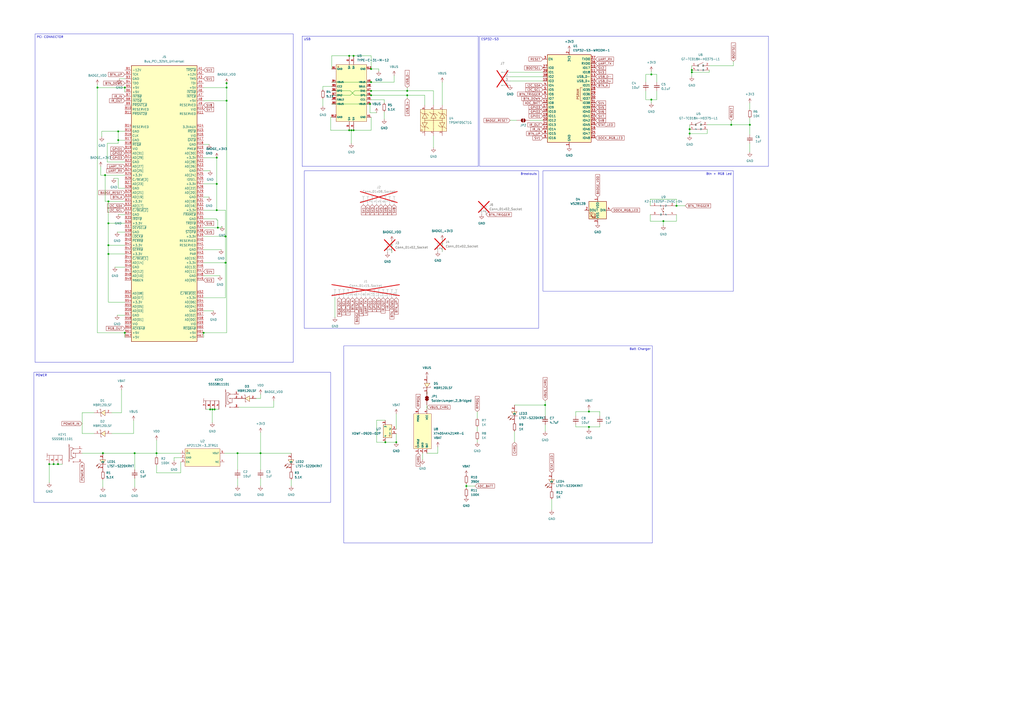
<source format=kicad_sch>
(kicad_sch (version 20231120) (generator "eeschema") (generator_version "8.0")
  (paper "A2")
  (title_block (title "NSEC BADGE 2025"))
  (junction (at 123.19 237.49))
  (junction (at 377.825 57.785))
  (junction (at 68.58 81.28))
  (junction (at 202.565 75.565))
  (junction (at 118.11 193.04))
  (junction (at 341.63 238.76))
  (junction (at 124.46 237.49))
  (junction (at 377.825 43.18))
  (junction (at 424.18 72.39))
  (junction (at 62.865 147.32))
  (junction (at 229.87 256.54))
  (junction (at 215.265 40.005))
  (junction (at 401.32 41.91))
  (junction (at 214.63 60.325))
  (junction (at 316.23 234.95))
  (junction (at 78.105 262.89))
  (junction (at 205.105 32.385))
  (junction (at 60.96 101.6))
  (junction (at 59.69 262.89))
  (junction (at 137.795 262.89))
  (junction (at 223.52 256.54))
  (junction (at 400.05 77.47))
  (junction (at 215.265 47.625))
  (junction (at 62.865 129.54))
  (junction (at 90.805 262.89))
  (junction (at 392.43 119.38))
  (junction (at 203.835 75.565))
  (junction (at 215.265 55.245))
  (junction (at 434.975 72.39))
  (junction (at 236.22 55.245))
  (junction (at 236.22 52.705))
  (junction (at 125.73 106.68))
  (junction (at 72.39 50.8))
  (junction (at 72.39 193.04))
  (junction (at 126.365 132.08))
  (junction (at 28.575 269.24))
  (junction (at 131.445 58.42))
  (junction (at 401.32 40.64))
  (junction (at 33.655 269.24))
  (junction (at 130.81 152.4))
  (junction (at 202.565 32.385))
  (junction (at 384.81 128.27))
  (junction (at 215.265 52.705))
  (junction (at 125.73 121.92))
  (junction (at 130.81 137.16))
  (junction (at 205.105 75.565))
  (junction (at 151.13 262.89))
  (junction (at 341.63 247.65))
  (junction (at 131.445 50.8))
  (junction (at 121.92 237.49))
  (junction (at 400.05 74.93))
  (junction (at 131.445 48.26))
  (junction (at 125.73 91.44))
  (junction (at 270.51 281.94))
  (junction (at 62.865 142.24))
  (junction (at 31.115 269.24))
  (junction (at 62.865 116.84))
  (junction (at 68.58 76.2))
  (junction (at 56.515 50.8))
  (bus_entry (at -969.645 -440.055) (size 2.54 2.54))
  (wire (pts (xy 56.515 50.8) (xy 72.39 50.8)))
  (wire (pts (xy 118.11 160.02) (xy 127.635 160.02)))
  (wire (pts (xy 247.65 227.33) (xy 247.65 228.6)))
  (wire (pts (xy 118.11 193.04) (xy 131.445 193.04)))
  (wire (pts (xy 214.63 60.325) (xy 215.265 60.325)))
  (wire (pts (xy 276.86 256.54) (xy 276.86 255.27)))
  (wire (pts (xy 320.04 295.91) (xy 320.04 289.56)))
  (wire (pts (xy 214.63 65.405) (xy 218.44 65.405)))
  (wire (pts (xy 401.32 41.91) (xy 411.48 41.91)))
  (wire (pts (xy 151.13 231.14) (xy 151.13 228.6)))
  (wire (pts (xy 341.63 247.65) (xy 341.63 248.92)))
  (wire (pts (xy 68.58 76.2) (xy 72.39 76.2)))
  (wire (pts (xy 69.215 45.72) (xy 72.39 45.72)))
  (wire (pts (xy 72.39 50.8) (xy 72.39 53.34)))
  (wire (pts (xy 299.72 69.85) (xy 295.91 69.85)))
  (wire (pts (xy 215.265 40.005) (xy 219.71 40.005)))
  (wire (pts (xy 62.23 93.98) (xy 72.39 93.98)))
  (wire (pts (xy 62.865 142.24) (xy 62.865 147.32)))
  (wire (pts (xy 251.46 52.705) (xy 251.46 60.96)))
  (wire (pts (xy 90.805 274.32) (xy 90.805 269.875)))
  (wire (pts (xy 334.01 247.65) (xy 334.01 246.38)))
  (wire (pts (xy 148.59 231.14) (xy 151.13 231.14)))
  (wire (pts (xy 347.98 247.65) (xy 347.98 246.38)))
  (wire (pts (xy 374.65 52.705) (xy 374.65 57.785)))
  (wire (pts (xy 151.13 262.89) (xy 168.91 262.89)))
  (wire (pts (xy 138.43 236.22) (xy 158.75 236.22)))
  (wire (pts (xy 67.945 182.88) (xy 72.39 182.88)))
  (wire (pts (xy 62.865 129.54) (xy 62.865 142.24)))
  (wire (pts (xy 60.96 101.6) (xy 72.39 101.6)))
  (wire (pts (xy 68.58 124.46) (xy 72.39 124.46)))
  (wire (pts (xy 384.81 128.27) (xy 392.43 128.27)))
  (wire (pts (xy 187.325 50.165) (xy 187.325 52.07)))
  (wire (pts (xy 59.69 262.89) (xy 78.105 262.89)))
  (wire (pts (xy 68.58 109.22) (xy 72.39 109.22)))
  (wire (pts (xy 424.18 72.39) (xy 434.975 72.39)))
  (wire (pts (xy 222.885 59.69) (xy 222.885 57.785)))
  (wire (pts (xy 316.23 250.19) (xy 316.23 246.38)))
  (wire (pts (xy 347.98 241.3) (xy 347.98 238.76)))
  (wire (pts (xy 130.81 137.16) (xy 130.81 152.4)))
  (wire (pts (xy 411.48 41.91) (xy 411.48 40.64)))
  (wire (pts (xy 130.81 121.92) (xy 130.81 137.16)))
  (wire (pts (xy 28.575 269.24) (xy 31.115 269.24)))
  (wire (pts (xy 56.515 48.895) (xy 56.515 50.8)))
  (wire (pts (xy 125.73 121.92) (xy 130.81 121.92)))
  (wire (pts (xy 125.73 127.635) (xy 125.73 127)))
  (wire (pts (xy 434.975 83.185) (xy 434.975 88.265)))
  (wire (pts (xy 68.58 76.2) (xy 68.58 81.28)))
  (wire (pts (xy 223.52 255.27) (xy 223.52 256.54)))
  (wire (pts (xy 78.105 277.495) (xy 78.105 282.575)))
  (wire (pts (xy 381 43.18) (xy 381 47.625)))
  (wire (pts (xy 275.59 281.94) (xy 270.51 281.94)))
  (wire (pts (xy 66.675 154.94) (xy 72.39 154.94)))
  (wire (pts (xy 125.73 127) (xy 118.11 127)))
  (wire (pts (xy 131.445 48.26) (xy 131.445 50.8)))
  (wire (pts (xy 131.445 50.8) (xy 131.445 58.42)))
  (wire (pts (xy 205.105 32.385) (xy 215.265 32.385)))
  (wire (pts (xy 270.51 281.94) (xy 270.51 283.21)))
  (wire (pts (xy 205.74 52.705) (xy 215.265 52.705)))
  (wire (pts (xy 410.21 72.39) (xy 424.18 72.39)))
  (wire (pts (xy 215.265 55.245) (xy 236.22 55.245)))
  (wire (pts (xy 124.46 237.49) (xy 127 237.49)))
  (wire (pts (xy 400.05 77.47) (xy 400.05 78.74)))
  (wire (pts (xy 316.23 234.95) (xy 298.45 234.95)))
  (wire (pts (xy 401.32 38.1) (xy 401.32 40.64)))
  (wire (pts (xy 374.65 57.785) (xy 377.825 57.785)))
  (wire (pts (xy 104.775 265.43) (xy 100.965 265.43)))
  (wire (pts (xy 70.485 226.06) (xy 70.485 239.395)))
  (wire (pts (xy 47.625 239.395) (xy 47.625 251.46)))
  (wire (pts (xy 227.33 139.7) (xy 227.33 146.685)))
  (wire (pts (xy 59.69 282.575) (xy 59.69 278.13)))
  (wire (pts (xy 347.98 238.76) (xy 341.63 238.76)))
  (wire (pts (xy 118.11 50.8) (xy 131.445 50.8)))
  (wire (pts (xy 128.27 144.78) (xy 118.11 144.78)))
  (wire (pts (xy 119.38 237.49) (xy 121.92 237.49)))
  (wire (pts (xy 62.865 142.24) (xy 72.39 142.24)))
  (wire (pts (xy 131.445 58.42) (xy 118.11 58.42)))
  (wire (pts (xy 236.22 55.245) (xy 246.38 55.245)))
  (wire (pts (xy 203.2 52.705) (xy 205.74 55.245)))
  (wire (pts (xy 377.19 124.46) (xy 377.19 128.27)))
  (wire (pts (xy 228.6 47.625) (xy 228.6 43.815)))
  (wire (pts (xy 256.54 139.065) (xy 256.54 146.05)))
  (wire (pts (xy 400.05 72.39) (xy 400.05 74.93)))
  (wire (pts (xy 222.885 57.785) (xy 215.265 57.785)))
  (wire (pts (xy 334.01 247.65) (xy 341.63 247.65)))
  (wire (pts (xy 295.91 46.99) (xy 314.96 46.99)))
  (wire (pts (xy 245.11 266.7) (xy 245.11 262.89)))
  (wire (pts (xy 128.27 131.445) (xy 128.27 132.08)))
  (wire (pts (xy 60.96 101.6) (xy 60.96 116.84)))
  (wire (pts (xy 125.73 106.68) (xy 125.73 121.92)))
  (wire (pts (xy 254 262.89) (xy 254 259.08)))
  (wire (pts (xy 374.65 43.18) (xy 377.825 43.18)))
  (wire (pts (xy 270.51 280.67) (xy 270.51 281.94)))
  (wire (pts (xy 58.42 101.6) (xy 60.96 101.6)))
  (wire (pts (xy 121.92 99.06) (xy 118.11 99.06)))
  (wire (pts (xy 215.265 75.565) (xy 215.265 67.945)))
  (wire (pts (xy 219.71 40.005) (xy 219.71 41.275)))
  (wire (pts (xy 192.405 52.705) (xy 203.2 52.705)))
  (wire (pts (xy 60.96 116.84) (xy 62.865 116.84)))
  (wire (pts (xy 192.405 55.245) (xy 203.2 55.245)))
  (wire (pts (xy 377.825 43.18) (xy 381 43.18)))
  (wire (pts (xy 118.11 121.92) (xy 125.73 121.92)))
  (wire (pts (xy 62.865 116.84) (xy 62.865 129.54)))
  (wire (pts (xy 78.105 272.415) (xy 78.105 262.89)))
  (wire (pts (xy 128.905 131.445) (xy 128.27 131.445)))
  (wire (pts (xy 131.445 58.42) (xy 131.445 193.04)))
  (wire (pts (xy 125.73 91.44) (xy 118.11 91.44)))
  (wire (pts (xy 187.325 61.595) (xy 187.325 57.15)))
  (wire (pts (xy 384.81 130.81) (xy 384.81 128.27)))
  (wire (pts (xy 236.22 50.8) (xy 236.22 52.705)))
  (wire (pts (xy 377.825 57.785) (xy 381 57.785)))
  (wire (pts (xy 247.65 262.89) (xy 254 262.89)))
  (wire (pts (xy 137.795 281.94) (xy 137.795 277.495)))
  (wire (pts (xy 131.445 47.625) (xy 131.445 48.26)))
  (wire (pts (xy 54.61 239.395) (xy 47.625 239.395)))
  (wire (pts (xy 400.05 74.93) (xy 400.05 77.47)))
  (wire (pts (xy 70.485 239.395) (xy 64.77 239.395)))
  (wire (pts (xy 410.21 77.47) (xy 410.21 74.93)))
  (wire (pts (xy 218.44 243.84) (xy 218.44 256.54)))
  (wire (pts (xy 137.795 262.89) (xy 151.13 262.89)))
  (wire (pts (xy 187.325 50.165) (xy 192.405 50.165)))
  (wire (pts (xy 59.055 76.2) (xy 59.055 79.375)))
  (wire (pts (xy 229.87 240.03) (xy 229.87 248.92)))
  (wire (pts (xy 434.975 72.39) (xy 434.975 68.58)))
  (wire (pts (xy 424.18 69.85) (xy 424.18 72.39)))
  (wire (pts (xy 77.47 243.84) (xy 77.47 251.46)))
  (wire (pts (xy 118.11 137.16) (xy 130.81 137.16)))
  (wire (pts (xy 191.77 67.945) (xy 192.405 67.945)))
  (wire (pts (xy 33.655 269.24) (xy 36.195 269.24)))
  (wire (pts (xy 425.45 35.56) (xy 425.45 38.1)))
  (wire (pts (xy 377.825 57.785) (xy 377.825 59.69)))
  (wire (pts (xy 192.405 60.325) (xy 214.63 60.325)))
  (wire (pts (xy 215.265 47.625) (xy 228.6 47.625)))
  (wire (pts (xy 125.73 106.68) (xy 118.11 106.68)))
  (wire (pts (xy 121.285 114.3) (xy 118.11 114.3)))
  (wire (pts (xy 47.625 251.46) (xy 54.61 251.46)))
  (wire (pts (xy 334.01 241.3) (xy 334.01 238.76)))
  (wire (pts (xy 347.98 247.65) (xy 341.63 247.65)))
  (wire (pts (xy 194.31 184.15) (xy 194.31 172.72)))
  (wire (pts (xy 215.265 32.385) (xy 215.265 40.005)))
  (wire (pts (xy 56.515 193.04) (xy 72.39 193.04)))
  (wire (pts (xy 251.46 85.725) (xy 251.46 78.74)))
  (wire (pts (xy 434.975 59.69) (xy 434.975 63.5)))
  (wire (pts (xy 31.115 269.24) (xy 33.655 269.24)))
  (wire (pts (xy 62.865 116.84) (xy 72.39 116.84)))
  (wire (pts (xy 397.51 119.38) (xy 392.43 119.38)))
  (wire (pts (xy 203.2 55.245) (xy 205.74 52.705)))
  (wire (pts (xy 377.825 41.275) (xy 377.825 43.18)))
  (wire (pts (xy 90.805 264.795) (xy 90.805 262.89)))
  (wire (pts (xy 341.63 238.76) (xy 341.63 237.49)))
  (wire (pts (xy 192.405 47.625) (xy 215.265 47.625)))
  (wire (pts (xy 121.285 83.82) (xy 118.11 83.82)))
  (wire (pts (xy 246.38 55.245) (xy 246.38 60.96)))
  (wire (pts (xy 236.22 52.705) (xy 251.46 52.705)))
  (wire (pts (xy 130.175 262.89) (xy 137.795 262.89)))
  (wire (pts (xy 334.01 238.76) (xy 341.63 238.76)))
  (wire (pts (xy 72.39 193.04) (xy 72.39 195.58)))
  (wire (pts (xy 151.13 250.825) (xy 151.13 262.89)))
  (wire (pts (xy 205.105 75.565) (xy 215.265 75.565)))
  (wire (pts (xy 377.19 115.57) (xy 392.43 115.57)))
  (wire (pts (xy 295.91 41.91) (xy 314.96 41.91)))
  (wire (pts (xy 28.575 269.24) (xy 28.575 280.035)))
  (wire (pts (xy 223.52 243.84) (xy 218.44 243.84)))
  (wire (pts (xy 192.405 32.385) (xy 202.565 32.385)))
  (wire (pts (xy 392.43 128.27) (xy 392.43 124.46)))
  (wire (pts (xy 123.19 237.49) (xy 123.19 245.11)))
  (wire (pts (xy 62.865 147.32) (xy 72.39 147.32)))
  (wire (pts (xy 295.91 44.45) (xy 314.96 44.45)))
  (wire (pts (xy 64.77 251.46) (xy 77.47 251.46)))
  (wire (pts (xy 215.265 52.705) (xy 236.22 52.705)))
  (wire (pts (xy 104.775 274.32) (xy 104.775 267.97)))
  (wire (pts (xy 68.58 83.185) (xy 62.23 83.185)))
  (wire (pts (xy 68.58 81.28) (xy 68.58 83.185)))
  (wire (pts (xy 58.42 96.52) (xy 58.42 101.6)))
  (wire (pts (xy 229.87 256.54) (xy 229.87 251.46)))
  (wire (pts (xy 276.86 250.19) (xy 276.86 247.65)))
  (wire (pts (xy 66.04 103.505) (xy 68.58 103.505)))
  (wire (pts (xy 59.055 76.2) (xy 68.58 76.2)))
  (wire (pts (xy 68.58 81.28) (xy 72.39 81.28)))
  (wire (pts (xy 168.91 278.13) (xy 168.91 281.94)))
  (wire (pts (xy 298.45 256.54) (xy 298.45 250.19)))
  (wire (pts (xy 56.515 50.8) (xy 56.515 193.04)))
  (wire (pts (xy 90.805 255.27) (xy 90.805 262.89)))
  (wire (pts (xy 126.365 132.08) (xy 128.27 132.08)))
  (wire (pts (xy 123.19 237.49) (xy 124.46 237.49)))
  (wire (pts (xy 223.52 256.54) (xy 229.87 256.54)))
  (wire (pts (xy 118.11 195.58) (xy 118.11 193.04)))
  (wire (pts (xy 236.22 57.15) (xy 236.22 55.245)))
  (wire (pts (xy 100.965 265.43) (xy 100.965 267.335)))
  (wire (pts (xy 256.54 47.625) (xy 256.54 60.96)))
  (wire (pts (xy 276.86 242.57) (xy 276.86 238.76)))
  (wire (pts (xy 62.23 93.98) (xy 62.23 83.185)))
  (wire (pts (xy 434.975 78.105) (xy 434.975 72.39)))
  (wire (pts (xy 377.19 128.27) (xy 384.81 128.27)))
  (wire (pts (xy 62.865 129.54) (xy 72.39 129.54)))
  (wire (pts (xy 68.58 103.505) (xy 68.58 109.22)))
  (wire (pts (xy 316.23 234.95) (xy 316.23 232.41)))
  (wire (pts (xy 158.75 236.22) (xy 158.75 232.41)))
  (wire (pts (xy 67.945 134.62) (xy 72.39 134.62)))
  (wire (pts (xy 78.105 262.89) (xy 90.805 262.89)))
  (wire (pts (xy 118.11 132.08) (xy 126.365 132.08)))
  (wire (pts (xy 411.48 38.1) (xy 425.45 38.1)))
  (wire (pts (xy 214.63 60.325) (xy 214.63 65.405)))
  (wire (pts (xy 191.77 67.945) (xy 191.77 75.565)))
  (wire (pts (xy 62.865 175.26) (xy 72.39 175.26)))
  (wire (pts (xy 118.11 172.72) (xy 130.81 172.72)))
  (wire (pts (xy 316.23 241.3) (xy 316.23 234.95)))
  (wire (pts (xy 374.65 47.625) (xy 374.65 43.18)))
  (wire (pts (xy 400.05 77.47) (xy 410.21 77.47)))
  (wire (pts (xy 125.73 127.635) (xy 126.365 127.635)))
  (wire (pts (xy 130.81 152.4) (xy 130.81 172.72)))
  (wire (pts (xy 90.805 274.32) (xy 104.775 274.32)))
  (wire (pts (xy 218.44 256.54) (xy 223.52 256.54)))
  (wire (pts (xy 202.565 32.385) (xy 205.105 32.385)))
  (wire (pts (xy 222.885 69.215) (xy 222.885 64.77)))
  (wire (pts (xy 377.19 119.38) (xy 377.19 115.57)))
  (wire (pts (xy 151.13 281.94) (xy 151.13 277.495)))
  (wire (pts (xy 90.805 262.89) (xy 104.775 262.89)))
  (wire (pts (xy 247.65 234.95) (xy 247.65 237.49)))
  (wire (pts (xy 191.77 75.565) (xy 202.565 75.565)))
  (wire (pts (xy 401.32 40.64) (xy 401.32 41.91)))
  (wire (pts (xy 125.73 91.44) (xy 125.73 106.68)))
  (wire (pts (xy 118.11 152.4) (xy 130.81 152.4)))
  (wire (pts (xy 126.365 127.635) (xy 126.365 132.08)))
  (wire (pts (xy 121.92 237.49) (xy 123.19 237.49)))
  (wire (pts (xy 62.865 147.32) (xy 62.865 175.26)))
  (wire (pts (xy 47.625 262.89) (xy 59.69 262.89)))
  (wire (pts (xy 381 52.705) (xy 381 57.785)))
  (wire (pts (xy 151.13 262.89) (xy 151.13 272.415)))
  (wire (pts (xy 203.835 75.565) (xy 203.835 83.185)))
  (wire (pts (xy 192.405 40.005) (xy 192.405 32.385)))
  (wire (pts (xy 202.565 75.565) (xy 203.835 75.565)))
  (wire (pts (xy 205.74 55.245) (xy 215.265 55.245)))
  (wire (pts (xy 401.32 41.91) (xy 401.32 44.45)))
  (wire (pts (xy 123.825 180.34) (xy 118.11 180.34)))
  (wire (pts (xy 203.835 75.565) (xy 205.105 75.565)))
  (wire (pts (xy 307.34 69.85) (xy 314.96 69.85)))
  (wire (pts (xy 392.43 115.57) (xy 392.43 119.38)))
  (wire (pts (xy 137.795 262.89) (xy 137.795 272.415)))
  (text_box "USB" (at 175.26 20.955 0) (size 102.235 75.565) (effects (font (size 1.27 1.27)) (justify left top)))
  (text_box "Btn + RGB Led" (at 314.96 99.06 0) (size 110.49 69.85) (effects (font (size 1.27 1.27)) (justify right top)))
  (text_box "POWER" (at 19.685 215.9 0) (size 172.085 75.565) (effects (font (size 1.27 1.27)) (justify left top)))
  (text_box "ESP32-S3" (at 278.14 20.9571 0) (size 167.64 75.565) (effects (font (size 1.27 1.27)) (justify left top)))
  (text_box "PCI CONNECTOR" (at 20.32 19.685 0) (size 149.86 190.5) (effects (font (size 1.27 1.27)) (justify left top)))
  (text_box "Batt Charger" (at 199.39 200.66 0) (size 179.07 114.3) (effects (font (size 1.27 1.27)) (justify right top)))
  (text_box "Breakouts" (at 176.53 99.06 0) (size 135.89 91.44) (effects (font (size 1.27 1.27)) (justify right top)))
  (global_label "I2C_SDA" (shape input) (at 72.39 119.38 180) (property "Intersheetrefs" "${INTERSHEET_REFS}" (effects (hide yes))))
  (global_label "SV5" (shape input) (at 220.98 118.745 270) (property "Intersheetrefs" "${INTERSHEET_REFS}" (effects (hide yes))))
  (global_label "IR_IN" (shape input) (at 72.39 55.88 180) (property "Intersheetrefs" "${INTERSHEET_REFS}" (effects (hide yes))))
  (global_label "UART_TX" (shape input) (at 345.44 36.83 0) (property "Intersheetrefs" "${INTERSHEET_REFS}" (effects (hide yes))))
  (global_label "SV8" (shape input) (at 228.6 118.745 270) (property "Intersheetrefs" "${INTERSHEET_REFS}" (effects (hide yes))))
  (global_label "BOOTSEL" (shape input) (at 425.45 35.56 90) (property "Intersheetrefs" "${INTERSHEET_REFS}" (effects (hide yes))))
  (global_label "BTN_DOWN" (shape input) (at 72.39 48.26 180) (property "Intersheetrefs" "${INTERSHEET_REFS}" (effects (hide yes))))
  (global_label "I2C_SDA" (shape input) (at 314.96 49.53 180) (property "Intersheetrefs" "${INTERSHEET_REFS}" (effects (hide yes))))
  (global_label "IR_IN" (shape input) (at 224.79 172.72 270) (property "Intersheetrefs" "${INTERSHEET_REFS}" (effects (hide yes))))
  (global_label "BTN_UP" (shape input) (at 72.39 43.18 180) (property "Intersheetrefs" "${INTERSHEET_REFS}" (effects (hide yes))))
  (global_label "SV1" (shape input) (at 210.82 118.745 270) (property "Intersheetrefs" "${INTERSHEET_REFS}" (effects (hide yes))))
  (global_label "IR_OUT" (shape input) (at 314.96 72.39 180) (property "Intersheetrefs" "${INTERSHEET_REFS}" (effects (hide yes))))
  (global_label "SV6" (shape input) (at 345.44 64.77 0) (property "Intersheetrefs" "${INTERSHEET_REFS}" (effects (hide yes))))
  (global_label "ADC_BATT" (shape input) (at 275.59 281.94 0) (property "Intersheetrefs" "${INTERSHEET_REFS}" (effects (hide yes))))
  (global_label "BTN_A" (shape input) (at 345.44 49.53 0) (property "Intersheetrefs" "${INTERSHEET_REFS}" (effects (hide yes))))
  (global_label "UART_RX" (shape input) (at 209.55 172.72 270) (property "Intersheetrefs" "${INTERSHEET_REFS}" (effects (hide yes))))
  (global_label "DOCK_RGB_LED" (shape input) (at 354.33 121.92 0) (property "Intersheetrefs" "${INTERSHEET_REFS}" (effects (hide yes))))
  (global_label "GPIO1" (shape input) (at 214.63 172.72 270) (property "Intersheetrefs" "${INTERSHEET_REFS}" (effects (hide yes))))
  (global_label "SV3" (shape input) (at 215.9 118.745 270) (property "Intersheetrefs" "${INTERSHEET_REFS}" (effects (hide yes))))
  (global_label "RPROG" (shape input) (at 242.57 237.49 90) (property "Intersheetrefs" "${INTERSHEET_REFS}" (effects (hide yes))))
  (global_label "SV1" (shape input) (at 314.96 80.01 180) (property "Intersheetrefs" "${INTERSHEET_REFS}" (effects (hide yes))))
  (global_label "USB_D-" (shape input) (at 236.22 50.8 90) (property "Intersheetrefs" "${INTERSHEET_REFS}" (effects (hide yes))))
  (global_label "SV4" (shape input) (at 218.44 118.745 270) (property "Intersheetrefs" "${INTERSHEET_REFS}" (effects (hide yes))))
  (global_label "SV5" (shape input) (at 345.44 62.23 0) (property "Intersheetrefs" "${INTERSHEET_REFS}" (effects (hide yes))))
  (global_label "SV2" (shape input) (at 213.36 118.745 270) (property "Intersheetrefs" "${INTERSHEET_REFS}" (effects (hide yes))))
  (global_label "SV2" (shape input) (at 345.44 39.37 0) (property "Intersheetrefs" "${INTERSHEET_REFS}" (effects (hide yes))))
  (global_label "UART_TX" (shape input) (at 72.39 96.52 180) (property "Intersheetrefs" "${INTERSHEET_REFS}" (effects (hide yes))))
  (global_label "IR_OUT" (shape input) (at 222.25 172.72 270) (property "Intersheetrefs" "${INTERSHEET_REFS}" (effects (hide yes))))
  (global_label "SV5" (shape input) (at 118.11 134.62 0) (property "Intersheetrefs" "${INTERSHEET_REFS}" (effects (hide yes))))
  (global_label "I2C_SCL" (shape input) (at 72.39 121.92 180) (property "Intersheetrefs" "${INTERSHEET_REFS}" (effects (hide yes))))
  (global_label "UART_RX" (shape input) (at 72.39 99.06 180) (property "Intersheetrefs" "${INTERSHEET_REFS}" (effects (hide yes))))
  (global_label "BTN_TRIGGER" (shape input) (at 314.96 54.61 180) (property "Intersheetrefs" "${INTERSHEET_REFS}" (effects (hide yes))))
  (global_label "GPIO3" (shape input) (at 72.39 91.44 180) (property "Intersheetrefs" "${INTERSHEET_REFS}" (effects (hide yes))))
  (global_label "I2C_SCL" (shape input) (at 199.39 172.72 270) (property "Intersheetrefs" "${INTERSHEET_REFS}" (effects (hide yes))))
  (global_label "BTN_A" (shape input) (at 72.39 114.3 180) (property "Intersheetrefs" "${INTERSHEET_REFS}" (effects (hide yes))))
  (global_label "SV8" (shape input) (at 118.11 60.96 0) (property "Intersheetrefs" "${INTERSHEET_REFS}" (effects (hide yes))))
  (global_label "BTN_UP" (shape input) (at 229.87 172.72 270) (property "Intersheetrefs" "${INTERSHEET_REFS}" (effects (hide yes))))
  (global_label "CHRG" (shape input) (at 298.45 256.54 270) (property "Intersheetrefs" "${INTERSHEET_REFS}" (effects (hide yes))))
  (global_label "SV7" (shape input) (at 118.11 63.5 0) (property "Intersheetrefs" "${INTERSHEET_REFS}" (effects (hide yes))))
  (global_label "RGB_OUT" (shape input) (at 196.85 172.72 270) (property "Intersheetrefs" "${INTERSHEET_REFS}" (effects (hide yes))))
  (global_label "UART_TX" (shape input) (at 212.09 172.72 270) (property "Intersheetrefs" "${INTERSHEET_REFS}" (effects (hide yes))))
  (global_label "SV3" (shape input) (at 345.44 41.91 0) (property "Intersheetrefs" "${INTERSHEET_REFS}" (effects (hide yes))))
  (global_label "STAT_LED" (shape input) (at 345.44 72.39 0) (property "Intersheetrefs" "${INTERSHEET_REFS}" (effects (hide yes))))
  (global_label "STAT_LED" (shape input) (at 320.04 274.32 90) (property "Intersheetrefs" "${INTERSHEET_REFS}" (effects (hide yes))))
  (global_label "BADGE_RESET" (shape input) (at 207.01 172.72 270) (property "Intersheetrefs" "${INTERSHEET_REFS}" (effects (hide yes))))
  (global_label "BTN_DOWN" (shape input) (at 314.96 57.15 180) (property "Intersheetrefs" "${INTERSHEET_REFS}" (effects (hide yes))))
  (global_label "UART_RX" (shape input) (at 345.44 34.29 0) (property "Intersheetrefs" "${INTERSHEET_REFS}" (effects (hide yes))))
  (global_label "USB_D+" (shape input) (at 345.44 46.99 0) (property "Intersheetrefs" "${INTERSHEET_REFS}" (effects (hide yes))))
  (global_label "BTN_UP" (shape input) (at 314.96 77.47 180) (property "Intersheetrefs" "${INTERSHEET_REFS}" (effects (hide yes))))
  (global_label "SV1" (shape input) (at 118.11 45.72 0) (property "Intersheetrefs" "${INTERSHEET_REFS}" (effects (hide yes))))
  (global_label "GPIO2" (shape input) (at 314.96 64.77 180) (property "Intersheetrefs" "${INTERSHEET_REFS}" (effects (hide yes))))
  (global_label "I2C_SDA" (shape input) (at 201.93 172.72 270) (property "Intersheetrefs" "${INTERSHEET_REFS}" (effects (hide yes))))
  (global_label "POWER_IN" (shape input) (at 47.625 267.97 270) (property "Intersheetrefs" "${INTERSHEET_REFS}" (effects (hide yes))))
  (global_label "RGB_OUT" (shape input) (at 72.39 190.5 180) (property "Intersheetrefs" "${INTERSHEET_REFS}" (effects (hide yes))))
  (global_label "CHRG" (shape input) (at 242.57 262.89 270) (property "Intersheetrefs" "${INTERSHEET_REFS}" (effects (hide yes))))
  (global_label "SV6" (shape input) (at 223.52 118.745 270) (property "Intersheetrefs" "${INTERSHEET_REFS}" (effects (hide yes))))
  (global_label "BOOTSEL" (shape input) (at 314.96 39.37 180) (property "Intersheetrefs" "${INTERSHEET_REFS}" (effects (hide yes))))
  (global_label "BTN_A" (shape input) (at 204.47 172.72 270) (property "Intersheetrefs" "${INTERSHEET_REFS}" (effects (hide yes))))
  (global_label "RESET" (shape input) (at 314.96 34.29 180) (property "Intersheetrefs" "${INTERSHEET_REFS}" (effects (hide yes))))
  (global_label "BTN_DOWN" (shape input) (at 227.33 172.72 270) (property "Intersheetrefs" "${INTERSHEET_REFS}" (effects (hide yes))))
  (global_label "VBUS_CHRG" (shape input) (at 247.65 236.22 0) (property "Intersheetrefs" "${INTERSHEET_REFS}" (effects (hide yes))))
  (global_label "SV3" (shape input) (at 118.11 162.56 0) (property "Intersheetrefs" "${INTERSHEET_REFS}" (effects (hide yes))))
  (global_label "GPIO1" (shape input) (at 72.39 86.36 180) (property "Intersheetrefs" "${INTERSHEET_REFS}" (effects (hide yes))))
  (global_label "SV7" (shape input) (at 226.06 118.745 270) (property "Intersheetrefs" "${INTERSHEET_REFS}" (effects (hide yes))))
  (global_label "I2C_SCL" (shape input) (at 314.96 52.07 180) (property "Intersheetrefs" "${INTERSHEET_REFS}" (effects (hide yes))))
  (global_label "USB_D+" (shape input) (at 236.22 57.15 270) (property "Intersheetrefs" "${INTERSHEET_REFS}" (effects (hide yes))))
  (global_label "RESET" (shape input) (at 424.18 69.85 90) (property "Intersheetrefs" "${INTERSHEET_REFS}" (effects (hide yes))))
  (global_label "GPIO2" (shape input) (at 72.39 88.9 180) (property "Intersheetrefs" "${INTERSHEET_REFS}" (effects (hide yes))))
  (global_label "DOCK_RGB_LED" (shape input) (at 345.44 80.01 0) (property "Intersheetrefs" "${INTERSHEET_REFS}" (effects (hide yes))))
  (global_label "BADGE_RESET" (shape input) (at 72.39 111.76 180) (property "Intersheetrefs" "${INTERSHEET_REFS}" (effects (hide yes))))
  (global_label "SV2" (shape input) (at 118.11 40.64 0) (property "Intersheetrefs" "${INTERSHEET_REFS}" (effects (hide yes))))
  (global_label "IR_OUT" (shape input) (at 72.39 58.42 180) (property "Intersheetrefs" "${INTERSHEET_REFS}" (effects (hide yes))))
  (global_label "GPIO1" (shape input) (at 314.96 67.31 180) (property "Intersheetrefs" "${INTERSHEET_REFS}" (effects (hide yes))))
  (global_label "GPIO3" (shape input) (at 219.71 172.72 270) (property "Intersheetrefs" "${INTERSHEET_REFS}" (effects (hide yes))))
  (global_label "POWER_IN" (shape input) (at 47.625 245.745 180) (property "Intersheetrefs" "${INTERSHEET_REFS}" (effects (hide yes))))
  (global_label "GPIO3" (shape input) (at 314.96 62.23 180) (property "Intersheetrefs" "${INTERSHEET_REFS}" (effects (hide yes))))
  (global_label "BTN_TRIGGER" (shape input) (at 281.94 124.46 0) (property "Intersheetrefs" "${INTERSHEET_REFS}" (effects (hide yes))))
  (global_label "SV8" (shape input) (at 345.44 69.85 0) (property "Intersheetrefs" "${INTERSHEET_REFS}" (effects (hide yes))))
  (global_label "ADC_BATT" (shape input) (at 314.96 59.69 180) (property "Intersheetrefs" "${INTERSHEET_REFS}" (effects (hide yes))))
  (global_label "SV7" (shape input) (at 345.44 67.31 0) (property "Intersheetrefs" "${INTERSHEET_REFS}" (effects (hide yes))))
  (global_label "BTN_TRIGGER" (shape input) (at 397.51 119.38 0) (property "Intersheetrefs" "${INTERSHEET_REFS}" (effects (hide yes))))
  (global_label "BADGE_VDD" (shape input) (at 346.71 114.3 90) (property "Intersheetrefs" "${INTERSHEET_REFS}" (effects (hide yes))))
  (global_label "SV4" (shape input) (at 118.11 157.48 0) (property "Intersheetrefs" "${INTERSHEET_REFS}" (effects (hide yes))))
  (global_label "RPROG" (shape input) (at 276.86 238.76 90) (property "Intersheetrefs" "${INTERSHEET_REFS}" (effects (hide yes))))
  (global_label "VBUS_CHRG" (shape input) (at 316.23 232.41 90) (property "Intersheetrefs" "${INTERSHEET_REFS}" (effects (hide yes))))
  (global_label "SV4" (shape input) (at 345.44 59.69 0) (property "Intersheetrefs" "${INTERSHEET_REFS}" (effects (hide yes))))
  (global_label "IR_IN" (shape input) (at 314.96 74.93 180) (property "Intersheetrefs" "${INTERSHEET_REFS}" (effects (hide yes))))
  (global_label "GPIO2" (shape input) (at 217.17 172.72 270) (property "Intersheetrefs" "${INTERSHEET_REFS}" (effects (hide yes))))
  (global_label "BADGE_RESET" (shape input) (at 295.91 69.85 180) (property "Intersheetrefs" "${INTERSHEET_REFS}" (effects (hide yes))))
  (global_label "USB_D-" (shape input) (at 345.44 44.45 0) (property "Intersheetrefs" "${INTERSHEET_REFS}" (effects (hide yes))))
  (global_label "SV6" (shape input) (at 118.11 129.54 0) (property "Intersheetrefs" "${INTERSHEET_REFS}" (effects (hide yes))))
  (symbol (lib_id "power:+3V3") (at 58.42 96.52 0) (unit 1)
    (property "Reference" "#PWR059" (effects (hide yes)))
    (property "Value" "BADGE_+3V3" (at 58.42 91.44 0))
    (property "Description" "Power symbol creates a global label with name \"+3V3\"" (effects (hide yes)))
  )
  (symbol (lib_id "Device:R_Small") (at 187.325 54.61 0) (unit 1)
    (property "Reference" "R4" (at 189.23 53.3399 0) (effects (justify left)))
    (property "Value" "5.1K" (at 189.23 55.8799 0) (effects (justify left)))
    (property "Footprint" "Resistor_SMD:R_0603_1608Metric" (effects (hide yes)))
    (property "Description" "Resistor, small symbol" (effects (hide yes)))
    (property "LCSC" "C23186" (effects (hide yes)))
  )
  (symbol (lib_id "MBR120LSF:MBR120LSF") (at 59.69 239.395 0) (unit 1)
    (property "Reference" "D1" (at 59.436 232.41 0))
    (property "Value" "MBR120LSF" (at 59.436 234.95 0))
    (property "Footprint" "footprints:SOD-123_L2.8-W1.8-LS3.7-RD" (effects (hide yes)))
    (property "Datasheet" "https://item.szlcsc.com/301422.html" (effects (hide yes)))
    (property "LCSC" "C130880" (effects (hide yes)))
  )
  (symbol (lib_id "Connector:Conn_01x02_Socket") (at 254 140.97 90) (unit 1) (in_bom no) (dnp yes)
    (property "Reference" "J4" (at 258.445 140.3349 90) (effects (justify right)))
    (property "Value" "Conn_01x02_Socket" (at 258.445 142.8749 90) (effects (justify right)))
    (property "Footprint" "Connector_PinSocket_2.54mm:PinSocket_1x02_P2.54mm_Vertical" (effects (hide yes)))
    (property "Description" "Generic connector, single row, 01x02, script generated" (effects (hide yes)))
  )
  (symbol (lib_id "MBR120LSF:MBR120LSF") (at 247.65 223.52 90) (unit 1)
    (property "Reference" "D5" (at 251.46 222.5039 90) (effects (justify right)))
    (property "Value" "MBR120LSF" (at 251.46 225.0439 90) (effects (justify right)))
    (property "Footprint" "footprints:SOD-123_L2.8-W1.8-LS3.7-RD" (effects (hide yes)))
    (property "Datasheet" "https://item.szlcsc.com/301422.html" (effects (hide yes)))
    (property "LCSC" "C130880" (effects (hide yes)))
  )
  (symbol (lib_id "Device:R_Small") (at 276.86 252.73 0) (unit 1)
    (property "Reference" "R8" (at 279.4 251.4599 0) (effects (justify left)))
    (property "Value" "1K" (at 279.4 253.9999 0) (effects (justify left)))
    (property "Footprint" "Resistor_SMD:R_0603_1608Metric" (effects (hide yes)))
    (property "Description" "Resistor, small symbol" (effects (hide yes)))
    (property "LCSC" "C21190" (effects (hide yes)))
  )
  (symbol (lib_id "power:GND") (at 78.105 282.575 0) (unit 1)
    (property "Reference" "#PWR011" (effects (hide yes)))
    (property "Value" "GND" (at 78.105 287.655 0))
    (property "Description" "Power symbol creates a global label with name \"GND\" , ground" (effects (hide yes)))
  )
  (symbol (lib_id "Device:R_Small") (at 276.86 245.11 0) (unit 1)
    (property "Reference" "R7" (at 279.4 243.8399 0) (effects (justify left)))
    (property "Value" "1K" (at 279.4 246.3799 0) (effects (justify left)))
    (property "Footprint" "Resistor_SMD:R_0603_1608Metric" (effects (hide yes)))
    (property "Description" "Resistor, small symbol" (effects (hide yes)))
    (property "LCSC" "C21190" (effects (hide yes)))
  )
  (symbol (lib_id "power:+3V3") (at 330.2 29.21 0) (unit 1)
    (property "Reference" "#PWR045" (effects (hide yes)))
    (property "Value" "+3V3" (at 330.2 24.13 0))
    (property "Description" "Power symbol creates a global label with name \"+3V3\"" (effects (hide yes)))
  )
  (symbol (lib_id "power:GND") (at 346.71 129.54 0) (unit 1)
    (property "Reference" "#PWR049" (effects (hide yes)))
    (property "Value" "GND" (at 346.71 134.62 0))
    (property "Description" "Power symbol creates a global label with name \"GND\" , ground" (effects (hide yes)))
  )
  (symbol (lib_id "power:GND") (at 123.19 245.11 0) (mirror y) (unit 1)
    (property "Reference" "#PWR044" (effects (hide yes)))
    (property "Value" "GND" (at 123.19 250.19 0))
    (property "Description" "Power symbol creates a global label with name \"GND\" , ground" (effects (hide yes)))
  )
  (symbol (lib_id "power:GND") (at 127.635 160.02 0) (unit 1)
    (property "Reference" "#PWR068" (effects (hide yes)))
    (property "Value" "GND" (at 127.635 165.1 0))
    (property "Description" "Power symbol creates a global label with name \"GND\" , ground" (effects (hide yes)))
  )
  (symbol (lib_id "power:GND") (at 59.055 79.375 0) (unit 1)
    (property "Reference" "#PWR062" (effects (hide yes)))
    (property "Value" "GND" (at 59.055 84.455 0))
    (property "Description" "Power symbol creates a global label with name \"GND\" , ground" (effects (hide yes)))
  )
  (symbol (lib_id "power:GND") (at 384.81 130.81 0) (mirror y) (unit 1)
    (property "Reference" "#PWR046" (effects (hide yes)))
    (property "Value" "GND" (at 384.81 135.89 0))
    (property "Description" "Power symbol creates a global label with name \"GND\" , ground" (effects (hide yes)))
  )
  (symbol (lib_id "power:VBUS") (at 218.44 65.405 0) (unit 1)
    (property "Reference" "#PWR024" (effects (hide yes)))
    (property "Value" "VBUS" (at 218.44 60.325 0))
    (property "Description" "Power symbol creates a global label with name \"VBUS\"" (effects (hide yes)))
  )
  (symbol (lib_id "SSSS811101:SSSS811101") (at 43.815 261.62 270) (unit 1)
    (property "Reference" "KEY1" (at 36.195 252.095 90))
    (property "Value" "SSSS811101" (at 36.195 254.635 90))
    (property "Footprint" "footprints:SW-SMD_SSSS811101" (effects (hide yes)))
    (property "Datasheet" "https://item.szlcsc.com/110556.html" (effects (hide yes)))
    (property "Description" "POWER" (effects (hide yes)))
    (property "LCSC" "C109335" (effects (hide yes)))
  )
  (symbol (lib_id "Device:C_Small") (at 316.23 243.84 0) (unit 1)
    (property "Reference" "C7" (at 318.77 242.5762 0) (effects (justify left)))
    (property "Value" "4.7uF" (at 318.77 245.1162 0) (effects (justify left)))
    (property "Footprint" "Capacitor_SMD:C_0805_2012Metric" (effects (hide yes)))
    (property "Description" "Unpolarized capacitor, small symbol" (effects (hide yes)))
    (property "LCSC" "C1779" (effects (hide yes)))
  )
  (symbol (lib_id "power:VBUS") (at 247.65 218.44 0) (unit 1)
    (property "Reference" "#PWR03" (effects (hide yes)))
    (property "Value" "VBUS" (at 247.65 213.36 0))
    (property "Description" "Power symbol creates a global label with name \"VBUS\"" (effects (hide yes)))
  )
  (symbol (lib_id "power:GND") (at 100.965 267.335 0) (unit 1)
    (property "Reference" "#PWR013" (effects (hide yes)))
    (property "Value" "GND" (at 100.965 272.415 0))
    (property "Description" "Power symbol creates a global label with name \"GND\" , ground" (effects (hide yes)))
  )
  (symbol (lib_id "Device:R_Small") (at 320.04 287.02 0) (unit 1)
    (property "Reference" "R12" (at 322.58 285.7499 0) (effects (justify left)))
    (property "Value" "1K" (at 322.58 288.2899 0) (effects (justify left)))
    (property "Footprint" "Resistor_SMD:R_0603_1608Metric" (effects (hide yes)))
    (property "Description" "Resistor, small symbol" (effects (hide yes)))
    (property "LCSC" "C21190" (effects (hide yes)))
  )
  (symbol (lib_id "power:GND") (at 330.2 85.09 0) (unit 1)
    (property "Reference" "#PWR06" (effects (hide yes)))
    (property "Value" "GND" (at 330.2 90.17 0))
    (property "Description" "Power symbol creates a global label with name \"GND\" , ground" (effects (hide yes)))
  )
  (symbol (lib_id "power:GND") (at 229.87 256.54 0) (unit 1)
    (property "Reference" "#PWR02" (effects (hide yes)))
    (property "Value" "GND" (at 229.87 261.62 0))
    (property "Description" "Power symbol creates a global label with name \"GND\" , ground" (effects (hide yes)))
  )
  (symbol (lib_id "power:+3V3") (at 158.75 232.41 0) (mirror y) (unit 1)
    (property "Reference" "#PWR043" (effects (hide yes)))
    (property "Value" "BADGE_VDD" (at 158.75 227.33 0))
    (property "Description" "Power symbol creates a global label with name \"+3V3\"" (effects (hide yes)))
  )
  (symbol (lib_id "power:GND") (at 245.11 266.7 0) (unit 1)
    (property "Reference" "#PWR019" (effects (hide yes)))
    (property "Value" "GND" (at 245.11 271.78 0))
    (property "Description" "Power symbol creates a global label with name \"GND\" , ground" (effects (hide yes)))
  )
  (symbol (lib_id "power:GND") (at 121.92 99.06 0) (unit 1)
    (property "Reference" "#PWR072" (effects (hide yes)))
    (property "Value" "GND" (at 121.92 104.14 0))
    (property "Description" "Power symbol creates a global label with name \"GND\" , ground" (effects (hide yes)))
  )
  (symbol (lib_id "power:GND") (at 128.27 144.78 0) (unit 1)
    (property "Reference" "#PWR069" (effects (hide yes)))
    (property "Value" "GND" (at 128.27 149.86 0))
    (property "Description" "Power symbol creates a global label with name \"GND\" , ground" (effects (hide yes)))
  )
  (symbol (lib_id "Device:C_Small") (at 374.65 50.165 0) (unit 1)
    (property "Reference" "C4" (at 366.395 48.26 0) (effects (justify left)))
    (property "Value" "10uF" (at 366.395 50.8 0) (effects (justify left)))
    (property "Footprint" "Capacitor_SMD:C_0805_2012Metric" (effects (hide yes)))
    (property "Description" "Unpolarized capacitor, small symbol" (effects (hide yes)))
    (property "LCSC" "C15850" (effects (hide yes)))
  )
  (symbol (lib_id "XDWF-0920-02P:XDWF-0920-02P") (at 224.79 250.19 180) (unit 1)
    (property "Reference" "U7" (at 220.98 248.9199 0) (effects (justify left)))
    (property "Value" "XDWF-0920-02P" (at 220.98 251.4599 0) (effects (justify left)))
    (property "Footprint" "footprints:CONN-SMD_XDWF-0920-02P" (effects (hide yes)))
    (property "Datasheet" "https://atta.szlcsc.com/upload/public/pdf/source/20230919/0A63FEC14612D5B7C84B6BEDDE4C1C37.pdf" (effects (hide yes)))
    (property "LCSC" "C7527581" (effects (hide yes)))
  )
  (symbol (lib_id "AP2112K-3_3TRG1:AP2112K-3_3TRG1") (at 117.475 265.43 0) (unit 1)
    (property "Reference" "U2" (at 117.475 255.905 0))
    (property "Value" "AP2112K-3_3TRG1" (at 117.475 258.445 0))
    (property "Footprint" "footprints:SOT-25-5_L2.9-W1.6-P0.95-LS2.8-BL" (effects (hide yes)))
    (property "Datasheet" "https://atta.szlcsc.com/upload/public/pdf/source/20180521/C216647_DB6DD3A958B257C676AC8B0A0A0AE735.pdf" (effects (hide yes)))
    (property "LCSC" "C51118" (effects (hide yes)))
  )
  (symbol (lib_id "power:+3V3") (at 151.13 250.825 0) (unit 1)
    (property "Reference" "#PWR015" (effects (hide yes)))
    (property "Value" "+3V3" (at 151.13 245.745 0))
    (property "Description" "Power symbol creates a global label with name \"+3V3\"" (effects (hide yes)))
  )
  (symbol (lib_id "power:+3V3") (at 56.515 48.895 0) (unit 1)
    (property "Reference" "#PWR058" (effects (hide yes)))
    (property "Value" "BADGE_VDD" (at 56.515 43.815 0))
    (property "Description" "Power symbol creates a global label with name \"+3V3\"" (effects (hide yes)))
  )
  (symbol (lib_id "MBR120LSF:MBR120LSF") (at 143.51 231.14 0) (unit 1)
    (property "Reference" "D3" (at 143.256 224.155 0))
    (property "Value" "MBR120LSF" (at 143.256 226.695 0))
    (property "Footprint" "footprints:SOD-123_L2.8-W1.8-LS3.7-RD" (effects (hide yes)))
    (property "Datasheet" "https://item.szlcsc.com/301422.html" (effects (hide yes)))
    (property "LCSC" "C130880" (effects (hide yes)))
  )
  (symbol (lib_id "power:GND") (at 67.945 134.62 0) (unit 1)
    (property "Reference" "#PWR064" (effects (hide yes)))
    (property "Value" "GND" (at 67.945 139.7 0))
    (property "Description" "Power symbol creates a global label with name \"GND\" , ground" (effects (hide yes)))
  )
  (symbol (lib_id "TPSMF05CT1G:TPSMF05CT1G") (at 251.46 68.58 0) (unit 1)
    (property "Reference" "U4" (at 260.35 68.5799 0) (effects (justify left)))
    (property "Value" "TPSMF05CT1G" (at 260.35 71.1199 0) (effects (justify left)))
    (property "Footprint" "footprints:SOT-363_L2.0-W1.3-P0.65-LS2.1-BL" (effects (hide yes)))
    (property "Datasheet" "https://item.szlcsc.com/97429.html" (effects (hide yes)))
    (property "LCSC" "C558443" (effects (hide yes)))
  )
  (symbol (lib_id "power:GND") (at 121.285 114.3 0) (unit 1)
    (property "Reference" "#PWR071" (effects (hide yes)))
    (property "Value" "GND" (at 121.285 119.38 0))
    (property "Description" "Power symbol creates a global label with name \"GND\" , ground" (effects (hide yes)))
  )
  (symbol (lib_id "RF_Module:ESP32-S3-WROOM-1") (at 330.2 57.15 0) (unit 1)
    (property "Reference" "U1" (at 332.3941 26.67 0) (effects (justify left)))
    (property "Value" "ESP32-S3-WROOM-1" (at 332.3941 29.21 0) (effects (justify left)))
    (property "Footprint" "footprints:ESP32-S3-WROOM-1" (effects (hide yes)))
    (property "Datasheet" "https://www.espressif.com/sites/default/files/documentation/esp32-s3-wroom-1_wroom-1u_datasheet_en.pdf" (effects (hide yes)))
    (property "Description" "RF Module, ESP32-S3 SoC, Wi-Fi 802.11b/g/n, Bluetooth, BLE, 32-bit, 3.3V, onboard antenna, SMD" (effects (hide yes)))
    (property "LCSC" "C2913204" (effects (hide yes)))
  )
  (symbol (lib_id "TYPE-C-31-M-12:TYPE-C-31-M-12") (at 203.835 53.975 0) (unit 1)
    (property "Reference" "U3" (at 207.1134 32.385 0) (effects (justify left)))
    (property "Value" "TYPE-C-31-M-12" (at 207.1134 34.925 0) (effects (justify left)))
    (property "Footprint" "footprints:USB-C_SMD-TYPE-C-31-M-12" (effects (hide yes)))
    (property "Datasheet" "https://so.szlcsc.com/global.html?c=&k=C165948" (effects (hide yes)))
    (property "LCSC" "C165948" (effects (hide yes)))
  )
  (symbol (lib_id "power:GND") (at 137.795 281.94 0) (unit 1)
    (property "Reference" "#PWR014" (effects (hide yes)))
    (property "Value" "GND" (at 137.795 287.02 0))
    (property "Description" "Power symbol creates a global label with name \"GND\" , ground" (effects (hide yes)))
  )
  (symbol (lib_id "Device:C_Small") (at 381 50.165 0) (unit 1)
    (property "Reference" "C5" (at 383.54 48.9012 0) (effects (justify left)))
    (property "Value" "0.1uF" (at 383.54 51.4412 0) (effects (justify left)))
    (property "Footprint" "Capacitor_SMD:C_0603_1608Metric" (effects (hide yes)))
    (property "Description" "Unpolarized capacitor, small symbol" (effects (hide yes)))
    (property "LCSC" "C14663" (effects (hide yes)))
  )
  (symbol (lib_id "LTST-S220KRKT:LTST-S220KRKT") (at 168.91 267.97 90) (unit 1)
    (property "Reference" "LED2" (at 171.45 267.8429 90) (effects (justify right)))
    (property "Value" "LTST-S220KRKT" (at 171.45 270.3829 90) (effects (justify right)))
    (property "Footprint" "footprints:LED-SMD_L2.2-W1.0-RD_RED-SIDE" (effects (hide yes)))
    (property "Datasheet" "https://atta.szlcsc.com/upload/public/pdf/source/20181016/C284935_6FC06F26A7F9DDF66663FBD1230E4551.pdf" (effects (hide yes)))
    (property "Description" "3V3" (effects (hide yes)))
    (property "LCSC" "C284935" (effects (hide yes)))
  )
  (symbol (lib_id "power:GND") (at 401.32 44.45 0) (unit 1)
    (property "Reference" "#PWR017" (effects (hide yes)))
    (property "Value" "GND" (at 401.32 49.53 0))
    (property "Description" "Power symbol creates a global label with name \"GND\" , ground" (effects (hide yes)))
  )
  (symbol (lib_id "SSSS811101:SSSS811101") (at 134.62 229.87 270) (unit 1)
    (property "Reference" "KEY2" (at 127 220.345 90))
    (property "Value" "SSSS811101" (at 127 222.885 90))
    (property "Footprint" "footprints:SW-SMD_SSSS811101" (effects (hide yes)))
    (property "Datasheet" "https://item.szlcsc.com/110556.html" (effects (hide yes)))
    (property "Description" "DOCK" (effects (hide yes)))
    (property "LCSC" "C109335" (effects (hide yes)))
  )
  (symbol (lib_id "MBR120LSF:MBR120LSF") (at 59.69 251.46 0) (unit 1)
    (property "Reference" "D2" (at 59.436 244.475 0))
    (property "Value" "MBR120LSF" (at 59.436 247.015 0))
    (property "Footprint" "footprints:SOD-123_L2.8-W1.8-LS3.7-RD" (effects (hide yes)))
    (property "Datasheet" "https://item.szlcsc.com/301422.html" (effects (hide yes)))
    (property "LCSC" "C130880" (effects (hide yes)))
  )
  (symbol (lib_id "power:GND") (at 28.575 280.035 0) (unit 1)
    (property "Reference" "#PWR07" (effects (hide yes)))
    (property "Value" "GND" (at 28.575 285.115 0))
    (property "Description" "Power symbol creates a global label with name \"GND\" , ground" (effects (hide yes)))
  )
  (symbol (lib_id "power:+3V3") (at 125.73 91.44 0) (unit 1)
    (property "Reference" "#PWR060" (effects (hide yes)))
    (property "Value" "BADGE_+3V3" (at 125.73 86.36 0))
    (property "Description" "Power symbol creates a global label with name \"+3V3\"" (effects (hide yes)))
  )
  (symbol (lib_id "power:VBUS") (at 70.485 226.06 0) (unit 1)
    (property "Reference" "#PWR09" (effects (hide yes)))
    (property "Value" "VBAT" (at 70.485 220.98 0))
    (property "Description" "Power symbol creates a global label with name \"VBUS\"" (effects (hide yes)))
  )
  (symbol (lib_id "Device:C_Small") (at 334.01 243.84 0) (unit 1)
    (property "Reference" "C8" (at 337.185 242.5762 0) (effects (justify left)))
    (property "Value" "10uF" (at 337.185 245.1162 0) (effects (justify left)))
    (property "Footprint" "Capacitor_SMD:C_0805_2012Metric" (effects (hide yes)))
    (property "Description" "Unpolarized capacitor, small symbol" (effects (hide yes)))
    (property "LCSC" "C15850" (effects (hide yes)))
  )
  (symbol (lib_id "Device:R_Small") (at 90.805 267.335 0) (unit 1)
    (property "Reference" "R2" (at 93.345 266.0649 0) (effects (justify left)))
    (property "Value" "100K" (at 93.345 268.6049 0) (effects (justify left)))
    (property "Footprint" "Resistor_SMD:R_0603_1608Metric" (effects (hide yes)))
    (property "Description" "Resistor, small symbol" (effects (hide yes)))
    (property "LCSC" "C25803" (effects (hide yes)))
  )
  (symbol (lib_id "Device:R_Small") (at 270.51 278.13 0) (unit 1)
    (property "Reference" "R10" (at 273.05 276.8599 0) (effects (justify left)))
    (property "Value" "390K" (at 273.05 279.3999 0) (effects (justify left)))
    (property "Footprint" "Resistor_SMD:R_0603_1608Metric" (effects (hide yes)))
    (property "Description" "Resistor, small symbol" (effects (hide yes)))
    (property "LCSC" "C23150" (effects (hide yes)))
  )
  (symbol (lib_id "Device:C_Small") (at 347.98 243.84 0) (unit 1)
    (property "Reference" "C9" (at 351.155 242.5762 0) (effects (justify left)))
    (property "Value" "1uF" (at 351.155 245.1162 0) (effects (justify left)))
    (property "Footprint" "Capacitor_SMD:C_0603_1608Metric" (effects (hide yes)))
    (property "Description" "Unpolarized capacitor, small symbol" (effects (hide yes)))
    (property "LCSC" "C15849" (effects (hide yes)))
  )
  (symbol (lib_id "power:+3V3") (at 256.54 139.065 0) (unit 1)
    (property "Reference" "#PWR033" (effects (hide yes)))
    (property "Value" "BADGE_+3V3" (at 256.54 133.985 0))
    (property "Description" "Power symbol creates a global label with name \"+3V3\"" (effects (hide yes)))
  )
  (symbol (lib_id "Connector:Conn_01x08_Socket") (at 218.44 113.665 90) (unit 1) (in_bom no) (dnp yes)
    (property "Reference" "J2" (at 219.71 108.585 90))
    (property "Value" "Conn_01x08_Socket" (at 219.71 111.125 90))
    (property "Footprint" "Connector_PinHeader_2.54mm:PinHeader_1x08_P2.54mm_Vertical" (effects (hide yes)))
    (property "Description" "Generic connector, single row, 01x08, script generated" (effects (hide yes)))
  )
  (symbol (lib_id "Connector:Conn_01x04_Pin") (at 290.83 44.45 0) (unit 1) (in_bom no) (dnp yes)
    (property "Reference" "J7" (at 291.465 36.83 0))
    (property "Value" "Conn_01x04_Pin" (effects (hide yes)))
    (property "Footprint" "Connector_PinHeader_1.27mm:PinHeader_1x04_P1.27mm_Vertical" (effects (hide yes)))
    (property "Description" "Generic connector, single row, 01x04, script generated" (effects (hide yes)))
  )
  (symbol (lib_id "power:VBUS") (at 270.51 275.59 0) (unit 1)
    (property "Reference" "#PWR050" (effects (hide yes)))
    (property "Value" "VBAT" (at 270.51 270.51 0))
    (property "Description" "Power symbol creates a global label with name \"VBUS\"" (effects (hide yes)))
  )
  (symbol (lib_id "power:GND") (at 434.975 88.265 0) (unit 1)
    (property "Reference" "#PWR036" (effects (hide yes)))
    (property "Value" "GND" (at 434.975 93.345 0))
    (property "Description" "Power symbol creates a global label with name \"GND\" , ground" (effects (hide yes)))
  )
  (symbol (lib_id "Connector:Bus_PCI_32bit_Universal") (at 95.25 116.84 0) (unit 1)
    (property "Reference" "J5" (at 95.25 33.02 0))
    (property "Value" "Bus_PCI_32bit_Universal" (at 95.25 35.56 0))
    (property "Footprint" "footprints:CONN-TH_EH06003-DAW-DF" (effects (hide yes)))
    (property "Datasheet" "http://pinouts.ru/Slots/PCI_pinout.shtml" (effects (hide yes)))
    (property "Description" "PCI bus connector for universal 5V/3.3V cards" (effects (hide yes)))
    (property "LCSC" "C2761459" (effects (hide yes)))
  )
  (symbol (lib_id "power:GND") (at 219.71 41.275 0) (unit 1)
    (property "Reference" "#PWR025" (effects (hide yes)))
    (property "Value" "GND" (at 219.71 46.355 0))
    (property "Description" "Power symbol creates a global label with name \"GND\" , ground" (effects (hide yes)))
  )
  (symbol (lib_id "power:+3V3") (at 434.975 59.69 0) (unit 1)
    (property "Reference" "#PWR035" (effects (hide yes)))
    (property "Value" "+3V3" (at 434.975 54.61 0))
    (property "Description" "Power symbol creates a global label with name \"+3V3\"" (effects (hide yes)))
  )
  (symbol (lib_id "power:GND") (at 128.905 131.445 0) (unit 1)
    (property "Reference" "#PWR070" (effects (hide yes)))
    (property "Value" "GND" (at 128.905 136.525 0))
    (property "Description" "Power symbol creates a global label with name \"GND\" , ground" (effects (hide yes)))
  )
  (symbol (lib_id "LTST-S220KRKT:LTST-S220KRKT") (at 59.69 267.97 90) (unit 1)
    (property "Reference" "LED1" (at 62.23 267.8429 90) (effects (justify right)))
    (property "Value" "LTST-S220KRKT" (at 62.23 270.3829 90) (effects (justify right)))
    (property "Footprint" "footprints:LED-SMD_L2.2-W1.0-RD_RED-SIDE" (effects (hide yes)))
    (property "Datasheet" "https://atta.szlcsc.com/upload/public/pdf/source/20181016/C284935_6FC06F26A7F9DDF66663FBD1230E4551.pdf" (effects (hide yes)))
    (property "Description" "VDD" (effects (hide yes)))
    (property "LCSC" "C284935" (effects (hide yes)))
  )
  (symbol (lib_id "GT-TC018A-H0375-L1:GT-TC018A-H0375-L1") (at 405.13 72.39 0) (unit 1)
    (property "Reference" "U5" (at 405.13 66.04 0))
    (property "Value" "GT-TC018A-H0375-L1" (at 405.13 68.58 0))
    (property "Footprint" "footprints:SW-SMD_L4.7-W3.5-P3.35-EH" (effects (hide yes)))
    (property "Datasheet" "https://item.szlcsc.com/826754.html?ref=editor&logined=true" (effects (hide yes)))
    (property "Description" "RST" (effects (hide yes)))
    (property "LCSC" "C963235" (effects (hide yes)))
  )
  (symbol (lib_id "power:+3V3") (at 131.445 48.26 0) (unit 1)
    (property "Reference" "#PWR075" (effects (hide yes)))
    (property "Value" "BADGE_VDD" (at 131.445 43.18 0))
    (property "Description" "Power symbol creates a global label with name \"+3V3\"" (effects (hide yes)))
  )
  (symbol (lib_id "Device:R_Small") (at 434.975 66.04 0) (unit 1)
    (property "Reference" "R6" (at 436.88 64.7699 0) (effects (justify left)))
    (property "Value" "10K" (at 436.88 67.3099 0) (effects (justify left)))
    (property "Footprint" "Resistor_SMD:R_0603_1608Metric" (effects (hide yes)))
    (property "Description" "Resistor, small symbol" (effects (hide yes)))
    (property "LCSC" "C25804" (effects (hide yes)))
  )
  (symbol (lib_id "LTST-S220KRKT:LTST-S220KRKT") (at 320.04 279.4 90) (unit 1)
    (property "Reference" "LED4" (at 322.58 279.2729 90) (effects (justify right)))
    (property "Value" "LTST-S220KRKT" (at 322.58 281.8129 90) (effects (justify right)))
    (property "Footprint" "footprints:LED-SMD_L2.2-W1.0-RD_RED-SIDE" (effects (hide yes)))
    (property "Datasheet" "https://atta.szlcsc.com/upload/public/pdf/source/20181016/C284935_6FC06F26A7F9DDF66663FBD1230E4551.pdf" (effects (hide yes)))
    (property "Description" "STATUS" (effects (hide yes)))
    (property "LCSC" "C284935" (effects (hide yes)))
  )
  (symbol (lib_id "Device:C_Small") (at 78.105 274.955 0) (unit 1)
    (property "Reference" "C1" (at 81.28 273.6912 0) (effects (justify left)))
    (property "Value" "1uF" (at 81.28 276.2312 0) (effects (justify left)))
    (property "Footprint" "Capacitor_SMD:C_0603_1608Metric" (effects (hide yes)))
    (property "Description" "Unpolarized capacitor, small symbol" (effects (hide yes)))
    (property "LCSC" "C15849" (effects (hide yes)))
  )
  (symbol (lib_id "power:VBUS") (at 77.47 243.84 0) (unit 1)
    (property "Reference" "#PWR010" (effects (hide yes)))
    (property "Value" "VBUS" (at 77.47 238.76 0))
    (property "Description" "Power symbol creates a global label with name \"VBUS\"" (effects (hide yes)))
  )
  (symbol (lib_id "Connector:Conn_01x02_Socket") (at 224.79 141.605 90) (unit 1) (in_bom no) (dnp yes)
    (property "Reference" "J3" (at 229.235 140.9699 90) (effects (justify right)))
    (property "Value" "Conn_01x02_Socket" (at 229.235 143.5099 90) (effects (justify right)))
    (property "Footprint" "Connector_PinSocket_2.54mm:PinSocket_1x02_P2.54mm_Vertical" (effects (hide yes)))
    (property "Description" "Generic connector, single row, 01x02, script generated" (effects (hide yes)))
  )
  (symbol (lib_id "power:GND") (at 316.23 250.19 0) (unit 1)
    (property "Reference" "#PWR039" (effects (hide yes)))
    (property "Value" "GND" (at 316.23 255.27 0))
    (property "Description" "Power symbol creates a global label with name \"GND\" , ground" (effects (hide yes)))
  )
  (symbol (lib_id "Device:C_Small") (at 151.13 274.955 0) (unit 1)
    (property "Reference" "C3" (at 154.305 273.6912 0) (effects (justify left)))
    (property "Value" "1uF" (at 154.305 276.2312 0) (effects (justify left)))
    (property "Footprint" "Capacitor_SMD:C_0603_1608Metric" (effects (hide yes)))
    (property "Description" "Unpolarized capacitor, small symbol" (effects (hide yes)))
    (property "LCSC" "C15849" (effects (hide yes)))
  )
  (symbol (lib_id "Connector:Conn_01x02_Socket") (at 279.4 119.38 90) (unit 1) (in_bom no) (dnp yes)
    (property "Reference" "J6" (at 283.845 118.7449 90) (effects (justify right)))
    (property "Value" "Conn_01x02_Socket" (at 283.845 121.2849 90) (effects (justify right)))
    (property "Footprint" "Connector_PinSocket_2.54mm:PinSocket_1x02_P2.54mm_Vertical" (effects (hide yes)))
    (property "Description" "Generic connector, single row, 01x02, script generated" (effects (hide yes)))
  )
  (symbol (lib_id "power:GND") (at 279.4 124.46 0) (unit 1)
    (property "Reference" "#PWR047" (effects (hide yes)))
    (property "Value" "GND" (at 279.4 129.54 0))
    (property "Description" "Power symbol creates a global label with name \"GND\" , ground" (effects (hide yes)))
  )
  (symbol (lib_id "LTST-S220KRKT:LTST-S220KRKT") (at 298.45 240.03 90) (unit 1)
    (property "Reference" "LED3" (at 300.99 239.9029 90) (effects (justify right)))
    (property "Value" "LTST-S220KRKT" (at 300.99 242.4429 90) (effects (justify right)))
    (property "Footprint" "footprints:LED-SMD_L2.2-W1.0-RD_RED-SIDE" (effects (hide yes)))
    (property "Datasheet" "https://atta.szlcsc.com/upload/public/pdf/source/20181016/C284935_6FC06F26A7F9DDF66663FBD1230E4551.pdf" (effects (hide yes)))
    (property "Description" "CHARGE" (effects (hide yes)))
    (property "LCSC" "C284935" (effects (hide yes)))
  )
  (symbol (lib_id "Jumper:SolderJumper_2_Bridged") (at 247.65 231.14 90) (unit 1) (exclude_from_sim yes) (in_bom no)
    (property "Reference" "JP1" (at 250.19 229.8699 90) (effects (justify right)))
    (property "Value" "SolderJumper_2_Bridged" (at 250.19 232.4099 90) (effects (justify right)))
    (property "Footprint" "Jumper:SolderJumper-2_P1.3mm_Bridged_RoundedPad1.0x1.5mm" (effects (hide yes)))
    (property "Description" "Solder Jumper, 2-pole, closed/bridged" (effects (hide yes)))
  )
  (symbol (lib_id "power:GND") (at 320.04 295.91 0) (unit 1)
    (property "Reference" "#PWR053" (effects (hide yes)))
    (property "Value" "GND" (at 320.04 300.99 0))
    (property "Description" "Power symbol creates a global label with name \"GND\" , ground" (effects (hide yes)))
  )
  (symbol (lib_id "Jumper:SolderJumper_2_Open") (at 303.53 69.85 0) (unit 1) (exclude_from_sim yes) (in_bom no)
    (property "Reference" "JP2" (at 303.53 72.644 0))
    (property "Value" "SolderJumper_2_Open" (effects (hide yes)))
    (property "Footprint" "Jumper:SolderJumper-2_P1.3mm_Open_RoundedPad1.0x1.5mm" (effects (hide yes)))
    (property "Description" "Solder Jumper, 2-pole, open" (effects (hide yes)))
  )
  (symbol (lib_id "Device:R_Small") (at 270.51 285.75 0) (unit 1)
    (property "Reference" "R11" (at 273.05 284.4799 0) (effects (justify left)))
    (property "Value" "100K" (at 273.05 287.0199 0) (effects (justify left)))
    (property "Footprint" "Resistor_SMD:R_0603_1608Metric" (effects (hide yes)))
    (property "Description" "Resistor, small symbol" (effects (hide yes)))
    (property "LCSC" "C25803" (effects (hide yes)))
  )
  (symbol (lib_id "Device:R_Small") (at 222.885 62.23 0) (unit 1)
    (property "Reference" "R5" (at 224.79 60.9599 0) (effects (justify left)))
    (property "Value" "5.1K" (at 224.79 63.4999 0) (effects (justify left)))
    (property "Footprint" "Resistor_SMD:R_0603_1608Metric" (effects (hide yes)))
    (property "Description" "Resistor, small symbol" (effects (hide yes)))
    (property "LCSC" "C23186" (effects (hide yes)))
  )
  (symbol (lib_id "power:GND") (at 203.835 83.185 0) (unit 1)
    (property "Reference" "#PWR023" (effects (hide yes)))
    (property "Value" "GND" (at 203.835 88.265 0))
    (property "Description" "Power symbol creates a global label with name \"GND\" , ground" (effects (hide yes)))
  )
  (symbol (lib_id "power:GND") (at 224.79 146.685 0) (unit 1)
    (property "Reference" "#PWR029" (effects (hide yes)))
    (property "Value" "GND" (at 224.79 151.765 0))
    (property "Description" "Power symbol creates a global label with name \"GND\" , ground" (effects (hide yes)))
  )
  (symbol (lib_id "power:GND") (at 69.215 45.72 0) (unit 1)
    (property "Reference" "#PWR074" (effects (hide yes)))
    (property "Value" "GND" (at 69.215 50.8 0))
    (property "Description" "Power symbol creates a global label with name \"GND\" , ground" (effects (hide yes)))
  )
  (symbol (lib_id "power:GND") (at 270.51 288.29 0) (unit 1)
    (property "Reference" "#PWR051" (effects (hide yes)))
    (property "Value" "GND" (at 270.51 293.37 0))
    (property "Description" "Power symbol creates a global label with name \"GND\" , ground" (effects (hide yes)))
  )
  (symbol (lib_id "power:GND") (at 59.69 282.575 0) (unit 1)
    (property "Reference" "#PWR08" (effects (hide yes)))
    (property "Value" "GND" (at 59.69 287.655 0))
    (property "Description" "Power symbol creates a global label with name \"GND\" , ground" (effects (hide yes)))
  )
  (symbol (lib_id "Device:R_Small") (at 168.91 275.59 0) (unit 1)
    (property "Reference" "R3" (at 170.815 274.3199 0) (effects (justify left)))
    (property "Value" "5.1K" (at 170.815 276.8599 0) (effects (justify left)))
    (property "Footprint" "Resistor_SMD:R_0603_1608Metric" (effects (hide yes)))
    (property "Description" "Resistor, small symbol" (effects (hide yes)))
    (property "LCSC" "C23186" (effects (hide yes)))
  )
  (symbol (lib_id "power:GND") (at 400.05 78.74 0) (unit 1)
    (property "Reference" "#PWR034" (effects (hide yes)))
    (property "Value" "GND" (at 400.05 83.82 0))
    (property "Description" "Power symbol creates a global label with name \"GND\" , ground" (effects (hide yes)))
  )
  (symbol (lib_id "power:GND") (at 276.86 256.54 0) (unit 1)
    (property "Reference" "#PWR037" (effects (hide yes)))
    (property "Value" "GND" (at 276.86 261.62 0))
    (property "Description" "Power symbol creates a global label with name \"GND\" , ground" (effects (hide yes)))
  )
  (symbol (lib_id "power:GND") (at 68.58 124.46 0) (unit 1)
    (property "Reference" "#PWR063" (effects (hide yes)))
    (property "Value" "GND" (at 68.58 129.54 0))
    (property "Description" "Power symbol creates a global label with name \"GND\" , ground" (effects (hide yes)))
  )
  (symbol (lib_id "power:GND") (at 67.945 182.88 0) (unit 1)
    (property "Reference" "#PWR066" (effects (hide yes)))
    (property "Value" "GND" (at 67.945 187.96 0))
    (property "Description" "Power symbol creates a global label with name \"GND\" , ground" (effects (hide yes)))
  )
  (symbol (lib_id "power:GND") (at 66.04 103.505 0) (unit 1)
    (property "Reference" "#PWR061" (effects (hide yes)))
    (property "Value" "GND" (at 66.04 108.585 0))
    (property "Description" "Power symbol creates a global label with name \"GND\" , ground" (effects (hide yes)))
  )
  (symbol (lib_id "power:VBUS") (at 256.54 47.625 0) (unit 1)
    (property "Reference" "#PWR030" (effects (hide yes)))
    (property "Value" "VBUS" (at 256.54 42.545 0))
    (property "Description" "Power symbol creates a global label with name \"VBUS\"" (effects (hide yes)))
  )
  (symbol (lib_id "Connector:Conn_01x15_Socket") (at 212.09 167.64 90) (unit 1) (in_bom no) (dnp yes)
    (property "Reference" "J1" (at 212.09 163.195 90))
    (property "Value" "Conn_01x15_Socket" (at 212.09 165.735 90))
    (property "Footprint" "Connector_PinSocket_2.54mm:PinSocket_1x15_P2.54mm_Vertical" (effects (hide yes)))
    (property "Description" "Generic connector, single row, 01x15, script generated" (effects (hide yes)))
  )
  (symbol (lib_id "Device:C_Small") (at 434.975 80.645 0) (unit 1)
    (property "Reference" "C6" (at 438.15 79.3812 0) (effects (justify left)))
    (property "Value" "1uF" (at 438.15 81.9212 0) (effects (justify left)))
    (property "Footprint" "Capacitor_SMD:C_0603_1608Metric" (effects (hide yes)))
    (property "Description" "Unpolarized capacitor, small symbol" (effects (hide yes)))
    (property "LCSC" "C15849" (effects (hide yes)))
  )
  (symbol (lib_id "K2-1102SP-Z4SC-04:K2-1102SP-Z4SC-04") (at 384.81 121.92 0) (unit 1)
    (property "Reference" "U9" (at 384.81 114.3 0))
    (property "Value" "K2-1102SP-Z4SC-04" (at 384.81 116.84 0))
    (property "Footprint" "footprints:KEY-SMD_4P-L6.0-W6.0-P4.50-LS9.0" (effects (hide yes)))
    (property "Datasheet" "https://item.szlcsc.com/279067.html" (effects (hide yes)))
    (property "LCSC" "C879736" (effects (hide yes)))
  )
  (symbol (lib_id "power:GND") (at 377.825 59.69 0) (unit 1)
    (property "Reference" "#PWR021" (effects (hide yes)))
    (property "Value" "GND" (at 377.825 64.77 0))
    (property "Description" "Power symbol creates a global label with name \"GND\" , ground" (effects (hide yes)))
  )
  (symbol (lib_id "power:VBUS") (at 254 259.08 0) (unit 1)
    (property "Reference" "#PWR05" (effects (hide yes)))
    (property "Value" "VBAT" (at 254 254 0))
    (property "Description" "Power symbol creates a global label with name \"VBUS\"" (effects (hide yes)))
  )
  (symbol (lib_id "GT-TC018A-H0375-L1:GT-TC018A-H0375-L1") (at 406.4 38.1 0) (unit 1)
    (property "Reference" "U6" (at 406.4 31.75 0))
    (property "Value" "GT-TC018A-H0375-L1" (at 406.4 34.29 0))
    (property "Footprint" "footprints:SW-SMD_L4.7-W3.5-P3.35-EH" (effects (hide yes)))
    (property "Datasheet" "https://item.szlcsc.com/826754.html?ref=editor&logined=true" (effects (hide yes)))
    (property "Description" "BOOT" (effects (hide yes)))
    (property "LCSC" "C963235" (effects (hide yes)))
  )
  (symbol (lib_id "power:GND") (at 121.285 83.82 0) (unit 1)
    (property "Reference" "#PWR073" (effects (hide yes)))
    (property "Value" "GND" (at 121.285 88.9 0))
    (property "Description" "Power symbol creates a global label with name \"GND\" , ground" (effects (hide yes)))
  )
  (symbol (lib_id "power:VBUS") (at 151.13 228.6 0) (mirror y) (unit 1)
    (property "Reference" "#PWR042" (effects (hide yes)))
    (property "Value" "VDD" (at 151.13 223.52 0))
    (property "Description" "Power symbol creates a global label with name \"VBUS\"" (effects (hide yes)))
  )
  (symbol (lib_id "power:GND") (at 187.325 61.595 0) (unit 1)
    (property "Reference" "#PWR022" (effects (hide yes)))
    (property "Value" "GND" (at 187.325 66.675 0))
    (property "Description" "Power symbol creates a global label with name \"GND\" , ground" (effects (hide yes)))
  )
  (symbol (lib_id "LED:WS2812B") (at 346.71 121.92 0) (mirror y) (unit 1)
    (property "Reference" "D4" (at 335.28 115.6014 0))
    (property "Value" "WS2812B" (at 335.28 118.1414 0))
    (property "Footprint" "LED_SMD:LED_WS2812B_PLCC4_5.0x5.0mm_P3.2mm" (effects (hide yes)))
    (property "Datasheet" "https://cdn-shop.adafruit.com/datasheets/WS2812B.pdf" (effects (hide yes)))
    (property "Description" "RGB LED with integrated controller" (effects (hide yes)))
    (property "LCSC" "C22461793" (effects (hide yes)))
  )
  (symbol (lib_id "power:+3V3") (at 227.33 139.7 0) (mirror y) (unit 1)
    (property "Reference" "#PWR031" (effects (hide yes)))
    (property "Value" "BADGE_VDD" (at 227.33 134.62 0))
    (property "Description" "Power symbol creates a global label with name \"+3V3\"" (effects (hide yes)))
  )
  (symbol (lib_id "power:GND") (at 168.91 281.94 0) (unit 1)
    (property "Reference" "#PWR018" (effects (hide yes)))
    (property "Value" "GND" (at 168.91 287.02 0))
    (property "Description" "Power symbol creates a global label with name \"GND\" , ground" (effects (hide yes)))
  )
  (symbol (lib_id "power:GND") (at 254 146.05 0) (unit 1)
    (property "Reference" "#PWR032" (effects (hide yes)))
    (property "Value" "GND" (at 254 151.13 0))
    (property "Description" "Power symbol creates a global label with name \"GND\" , ground" (effects (hide yes)))
  )
  (symbol (lib_id "Device:R_Small") (at 298.45 247.65 0) (unit 1)
    (property "Reference" "R9" (at 300.99 246.3799 0) (effects (justify left)))
    (property "Value" "1K" (at 300.99 248.9199 0) (effects (justify left)))
    (property "Footprint" "Resistor_SMD:R_0603_1608Metric" (effects (hide yes)))
    (property "Description" "Resistor, small symbol" (effects (hide yes)))
    (property "LCSC" "C21190" (effects (hide yes)))
  )
  (symbol (lib_id "power:GND") (at 295.91 49.53 0) (unit 1)
    (property "Reference" "#PWR048" (effects (hide yes)))
    (property "Value" "GND" (at 295.91 54.61 0))
    (property "Description" "Power symbol creates a global label with name \"GND\" , ground" (effects (hide yes)))
  )
  (symbol (lib_id "Device:R_Small") (at 59.69 275.59 0) (unit 1)
    (property "Reference" "R1" (at 61.595 274.3199 0) (effects (justify left)))
    (property "Value" "5.1K" (at 61.595 276.8599 0) (effects (justify left)))
    (property "Footprint" "Resistor_SMD:R_0603_1608Metric" (effects (hide yes)))
    (property "Description" "Resistor, small symbol" (effects (hide yes)))
    (property "LCSC" "C23186" (effects (hide yes)))
  )
  (symbol (lib_id "power:GND") (at 222.885 69.215 0) (unit 1)
    (property "Reference" "#PWR026" (effects (hide yes)))
    (property "Value" "GND" (at 222.885 74.295 0))
    (property "Description" "Power symbol creates a global label with name \"GND\" , ground" (effects (hide yes)))
  )
  (symbol (lib_id "Device:C_Small") (at 137.795 274.955 0) (unit 1)
    (property "Reference" "C2" (at 140.97 273.6912 0) (effects (justify left)))
    (property "Value" "10uF" (at 140.97 276.2312 0) (effects (justify left)))
    (property "Footprint" "Capacitor_SMD:C_0805_2012Metric" (effects (hide yes)))
    (property "Description" "Unpolarized capacitor, small symbol" (effects (hide yes)))
    (property "LCSC" "C15850" (effects (hide yes)))
  )
  (symbol (lib_id "power:VBUS") (at 341.63 237.49 0) (unit 1)
    (property "Reference" "#PWR040" (effects (hide yes)))
    (property "Value" "VBAT" (at 341.63 232.41 0))
    (property "Description" "Power symbol creates a global label with name \"VBUS\"" (effects (hide yes)))
  )
  (symbol (lib_id "power:GND") (at 341.63 248.92 0) (unit 1)
    (property "Reference" "#PWR041" (effects (hide yes)))
    (property "Value" "GND" (at 341.63 254 0))
    (property "Description" "Power symbol creates a global label with name \"GND\" , ground" (effects (hide yes)))
  )
  (symbol (lib_id "power:VBUS") (at 228.6 43.815 0) (unit 1)
    (property "Reference" "#PWR027" (effects (hide yes)))
    (property "Value" "VBUS" (at 228.6 38.735 0))
    (property "Description" "Power symbol creates a global label with name \"VBUS\"" (effects (hide yes)))
  )
  (symbol (lib_id "power:GND") (at 194.31 184.15 0) (unit 1)
    (property "Reference" "#PWR04" (effects (hide yes)))
    (property "Value" "GND" (at 194.31 189.23 0))
    (property "Description" "Power symbol creates a global label with name \"GND\" , ground" (effects (hide yes)))
  )
  (symbol (lib_id "power:VBUS") (at 90.805 255.27 0) (unit 1)
    (property "Reference" "#PWR012" (effects (hide yes)))
    (property "Value" "VDD" (at 90.805 250.19 0))
    (property "Description" "Power symbol creates a global label with name \"VBUS\"" (effects (hide yes)))
  )
  (symbol (lib_id "power:VBUS") (at 229.87 240.03 0) (unit 1)
    (property "Reference" "#PWR01" (effects (hide yes)))
    (property "Value" "VBAT" (at 229.87 234.95 0))
    (property "Description" "Power symbol creates a global label with name \"VBUS\"" (effects (hide yes)))
  )
  (symbol (lib_id "power:GND") (at 123.825 180.34 0) (unit 1)
    (property "Reference" "#PWR067" (effects (hide yes)))
    (property "Value" "GND" (at 123.825 185.42 0))
    (property "Description" "Power symbol creates a global label with name \"GND\" , ground" (effects (hide yes)))
  )
  (symbol (lib_id "power:GND") (at 66.675 154.94 0) (unit 1)
    (property "Reference" "#PWR065" (effects (hide yes)))
    (property "Value" "GND" (at 66.675 160.02 0))
    (property "Description" "Power symbol creates a global label with name \"GND\" , ground" (effects (hide yes)))
  )
  (symbol (lib_id "power:+3V3") (at 377.825 41.275 0) (unit 1)
    (property "Reference" "#PWR020" (effects (hide yes)))
    (property "Value" "+3V3" (at 377.825 36.195 0))
    (property "Description" "Power symbol creates a global label with name \"+3V3\"" (effects (hide yes)))
  )
  (symbol (lib_id "power:GND") (at 251.46 85.725 0) (unit 1)
    (property "Reference" "#PWR028" (effects (hide yes)))
    (property "Value" "GND" (at 251.46 90.805 0))
    (property "Description" "Power symbol creates a global label with name \"GND\" , ground" (effects (hide yes)))
  )
  (symbol (lib_id "power:GND") (at 151.13 281.94 0) (unit 1)
    (property "Reference" "#PWR016" (effects (hide yes)))
    (property "Value" "GND" (at 151.13 287.02 0))
    (property "Description" "Power symbol creates a global label with name \"GND\" , ground" (effects (hide yes)))
  )
  (symbol (lib_id "XT4054K421MR-G:XT4054K421MR-G") (at 245.11 250.19 90) (unit 1)
    (property "Reference" "U8" (at 251.46 248.9199 90) (effects (justify right)))
    (property "Value" "XT4054K421MR-G" (at 251.46 251.4599 90) (effects (justify right)))
    (property "Footprint" "footprints:SOT-23-5_L3.0-W1.7-P0.95-LS2.8-BL" (effects (hide yes)))
    (property "Datasheet" "https://item.szlcsc.com/236104.html" (effects (hide yes)))
    (property "LCSC" "C141405" (effects (hide yes)))
  )
)
</source>
